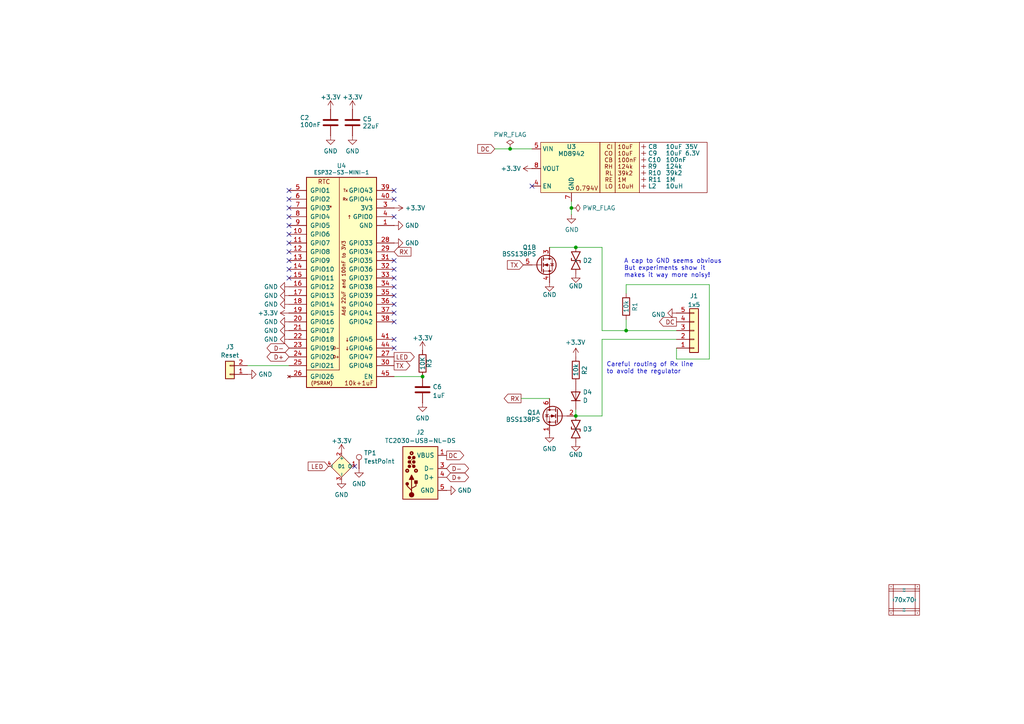
<source format=kicad_sch>
(kicad_sch (version 20250114) (generator "eeschema") (generator_version "9.0")
  (paper "A4")
  (title_block (title "Daikin ESP32-PICO-MINI module") (rev "1") (comment 1 "@TheRealRevK") (comment 2 "www.me.uk"))
  (lib_symbols
    (symbol "Connector:TestPoint" (pin_numbers (hide yes)) (pin_names (offset 0.762) (hide yes))
      (property "Reference" "TP" (at 0 6.858 0))
      (property "Value" "TestPoint" (at 0 5.08 0))
      (symbol "TestPoint_0_1"
        (circle (center 0 3.302) (radius 0.762))
      )
      (symbol "TestPoint_1_1"
        (pin passive line (at 0 0 90) (length 2.54) (name "1") (number "1"))
      )
    )
    (symbol "Connector_Generic:Conn_01x02" (pin_names (offset 1.016) (hide yes))
      (property "Reference" "J" (at 0 2.54 0))
      (property "Value" "Conn_01x02" (at 0 -5.08 0))
      (symbol "Conn_01x02_1_1"
        (rectangle (start -1.27 1.27) (end 1.27 -3.81) (stroke (width 0.254)) (fill (type background)))
        (rectangle (start -1.27 0.127) (end 0 -0.127) (stroke (width 0.1524)))
        (rectangle (start -1.27 -2.413) (end 0 -2.667) (stroke (width 0.1524)))
        (pin passive line (at -5.08 0 0) (length 3.81) (name "Pin_1") (number "1"))
        (pin passive line (at -5.08 -2.54 0) (length 3.81) (name "Pin_2") (number "2"))
      )
    )
    (symbol "Connector_Generic:Conn_01x05" (pin_names (offset 1.016) (hide yes))
      (property "Reference" "J" (at 0 7.62 0))
      (property "Value" "Conn_01x05" (at 0 -7.62 0))
      (symbol "Conn_01x05_1_1"
        (rectangle (start -1.27 6.35) (end 1.27 -6.35) (stroke (width 0.254)) (fill (type background)))
        (rectangle (start -1.27 5.207) (end 0 4.953) (stroke (width 0.1524)))
        (rectangle (start -1.27 2.667) (end 0 2.413) (stroke (width 0.1524)))
        (rectangle (start -1.27 0.127) (end 0 -0.127) (stroke (width 0.1524)))
        (rectangle (start -1.27 -2.413) (end 0 -2.667) (stroke (width 0.1524)))
        (rectangle (start -1.27 -4.953) (end 0 -5.207) (stroke (width 0.1524)))
        (pin passive line (at -5.08 5.08 0) (length 3.81) (name "Pin_1") (number "1"))
        (pin passive line (at -5.08 2.54 0) (length 3.81) (name "Pin_2") (number "2"))
        (pin passive line (at -5.08 0 0) (length 3.81) (name "Pin_3") (number "3"))
        (pin passive line (at -5.08 -2.54 0) (length 3.81) (name "Pin_4") (number "4"))
        (pin passive line (at -5.08 -5.08 0) (length 3.81) (name "Pin_5") (number "5"))
      )
    )
    (symbol "Device:C" (pin_numbers (hide yes)) (pin_names (offset 0.254))
      (property "Reference" "C" (at 0.635 2.54 0))
      (property "Value" "C" (at 0.635 -2.54 0))
      (symbol "C_0_1"
        (polyline (pts (xy -2.032 0.762) (xy 2.032 0.762)) (stroke (width 0.508)))
        (polyline (pts (xy -2.032 -0.762) (xy 2.032 -0.762)) (stroke (width 0.508)))
      )
      (symbol "C_1_1"
        (pin passive line (at 0 3.81 270) (length 2.794) (name "~") (number "1"))
        (pin passive line (at 0 -3.81 90) (length 2.794) (name "~") (number "2"))
      )
    )
    (symbol "Device:D" (pin_numbers (hide yes)) (pin_names (offset 1.016) (hide yes))
      (property "Reference" "D" (at 0 2.54 0))
      (property "Value" "D" (at 0 -2.54 0))
      (symbol "D_0_1"
        (polyline (pts (xy -1.27 1.27) (xy -1.27 -1.27)) (stroke (width 0.254)))
        (polyline (pts (xy 1.27 1.27) (xy 1.27 -1.27) (xy -1.27 0) (xy 1.27 1.27)) (stroke (width 0.254)))
        (polyline (pts (xy 1.27 0) (xy -1.27 0)))
      )
      (symbol "D_1_1"
        (pin passive line (at -3.81 0 0) (length 2.54) (name "K") (number "1"))
        (pin passive line (at 3.81 0 180) (length 2.54) (name "A") (number "2"))
      )
    )
    (symbol "Device:R" (pin_numbers (hide yes)) (pin_names (offset 0))
      (property "Reference" "R" (at 2.032 0 90))
      (property "Value" "R" (at 0 0 90))
      (symbol "R_0_1"
        (rectangle (start -1.016 -2.54) (end 1.016 2.54) (stroke (width 0.254)))
      )
      (symbol "R_1_1"
        (pin passive line (at 0 3.81 270) (length 1.27) (name "~") (number "1"))
        (pin passive line (at 0 -3.81 90) (length 1.27) (name "~") (number "2"))
      )
    )
    (symbol "RevK:BSS138PS" (pin_names (hide yes))
      (property "Reference" "Q" (at 5.08 2.54 0))
      (property "Value" "BSS138PS" (at 5.08 0 0))
      (symbol "BSS138PS_1_1"
        (polyline (pts (xy 0.254 0) (xy -2.54 0)))
        (polyline (pts (xy 0.254 -1.905) (xy 0.254 1.905)) (stroke (width 0.254)))
        (polyline (pts (xy 0.762 1.778) (xy 3.302 1.778) (xy 3.302 -1.778) (xy 0.762 -1.778)))
        (polyline (pts (xy 0.762 1.27) (xy 0.762 2.286)) (stroke (width 0.254)))
        (polyline (pts (xy 0.762 -0.508) (xy 0.762 0.508)) (stroke (width 0.254)))
        (polyline (pts (xy 0.762 -2.286) (xy 0.762 -1.27)) (stroke (width 0.254)))
        (polyline (pts (xy 1.016 0) (xy 2.032 -0.381) (xy 2.032 0.381) (xy 1.016 0)) (fill (type outline)))
        (circle (center 1.651 0) (radius 2.794) (stroke (width 0.254)))
        (polyline (pts (xy 2.54 1.905) (xy 2.54 2.54)))
        (circle (center 2.54 1.778) (radius 0.254) (fill (type outline)))
        (circle (center 2.54 -1.778) (radius 0.254) (fill (type outline)))
        (polyline (pts (xy 2.54 -2.54) (xy 2.54 0) (xy 0.762 0)))
        (polyline (pts (xy 2.794 0.508) (xy 2.921 0.381) (xy 3.683 0.381) (xy 3.81 0.254)))
        (polyline (pts (xy 3.302 0.381) (xy 2.921 -0.254) (xy 3.683 -0.254) (xy 3.302 0.381)))
        (pin input line (at -5.08 0 0) (length 2.54) (name "GN") (number "2"))
        (pin passive line (at 2.54 5.08 270) (length 2.54) (name "DN") (number "6"))
        (pin passive line (at 2.54 -5.08 90) (length 2.54) (name "SN") (number "1"))
      )
      (symbol "BSS138PS_2_1"
        (polyline (pts (xy 0.254 0) (xy -2.54 0)))
        (polyline (pts (xy 0.254 -1.905) (xy 0.254 1.905)) (stroke (width 0.254)))
        (polyline (pts (xy 0.762 1.778) (xy 3.302 1.778) (xy 3.302 -1.778) (xy 0.762 -1.778)))
        (polyline (pts (xy 0.762 1.27) (xy 0.762 2.286)) (stroke (width 0.254)))
        (polyline (pts (xy 0.762 -0.508) (xy 0.762 0.508)) (stroke (width 0.254)))
        (polyline (pts (xy 0.762 -2.286) (xy 0.762 -1.27)) (stroke (width 0.254)))
        (polyline (pts (xy 1.016 0) (xy 2.032 -0.381) (xy 2.032 0.381) (xy 1.016 0)) (fill (type outline)))
        (circle (center 1.651 0) (radius 2.794) (stroke (width 0.254)))
        (polyline (pts (xy 2.54 1.905) (xy 2.54 2.54)))
        (circle (center 2.54 1.778) (radius 0.254) (fill (type outline)))
        (circle (center 2.54 -1.778) (radius 0.254) (fill (type outline)))
        (polyline (pts (xy 2.54 -2.54) (xy 2.54 0) (xy 0.762 0)))
        (polyline (pts (xy 2.794 0.508) (xy 2.921 0.381) (xy 3.683 0.381) (xy 3.81 0.254)))
        (polyline (pts (xy 3.302 0.381) (xy 2.921 -0.254) (xy 3.683 -0.254) (xy 3.302 0.381)))
        (pin input line (at -5.08 0 0) (length 2.54) (name "GP") (number "5"))
        (pin passive line (at 2.54 5.08 270) (length 2.54) (name "SP") (number "3"))
        (pin passive line (at 2.54 -5.08 90) (length 2.54) (name "DP") (number "4"))
      )
    )
    (symbol "RevK:ES05D1MC10" (pin_numbers (hide yes))
      (property "Reference" "D" (at 0 2.54 0))
      (symbol "ES05D1MC10_0_1"
        (polyline (pts (xy -2.54 1.27) (xy -2.54 -1.27) (xy 0 0) (xy -2.54 1.27)) (stroke (width 0.254)))
        (polyline (pts (xy 2.54 -1.27) (xy 2.54 1.27) (xy 0 0) (xy 2.54 -1.27)) (stroke (width 0.254)))
      )
      (symbol "ES05D1MC10_1_1"
        (polyline (pts (xy 0.635 1.27) (xy 0 1.27) (xy 0 -1.27) (xy -0.635 -1.27)) (stroke (width 0.254)))
        (pin passive line (at -3.81 0 0) (length 1.27) (name "~") (number "2"))
        (pin passive line (at 3.81 0 180) (length 1.27) (name "~") (number "1"))
      )
    )
    (symbol "RevK:ESP32-S3-MINI-1-N4R2" (pin_names (offset 1.016))
      (property "Reference" "U" (at 9.525 28.575 0))
      (property "Value" "ESP32-S3-MINI-1-N4R2" (at 0 31.115 0))
      (symbol "ESP32-S3-MINI-1-N4R2_0_0"
        (rectangle (start -10.16 30.48) (end 10.16 -30.48) (stroke (width 0.254)) (fill (type background)))
      )
      (symbol "ESP32-S3-MINI-1-N4R2_1_1"
        (polyline (pts (xy -10.16 -25.4) (xy -0.635 -25.4)))
        (polyline (pts (xy -0.635 30.48) (xy -0.635 -25.4)))
        (text "(PSRAM)" (at -5.715 -29.21 0) (effects (font (size 1 1))))
        (text "RTC" (at -5.08 29.21 0) (effects (font (size 1.27 1.27))))
        (text "*" (at -3.175 21.59 0) (effects (font (size 1.27 1.27))))
        (text "D-" (at -2.54 -19.05 0) (effects (font (size 0.8 0.8)) (justify left)))
        (text "D+" (at -2.54 -21.59 0) (effects (font (size 0.8 0.8)) (justify left)))
        (text "Add 22uF and 100nF to 3V3" (at 0.635 1.27 900) (effects (font (size 1 1))))
        (text "Tx" (at 1.905 26.67 0) (effects (font (size 0.8 0.8)) (justify right)))
        (text "Rx" (at 1.905 24.13 0) (effects (font (size 0.8 0.8)) (justify right)))
        (text "↓" (at 2.54 -16.51 0) (effects (font (size 1.27 1.27)) (justify right)))
        (text "↓" (at 2.54 -19.05 0) (effects (font (size 1.27 1.27)) (justify right)))
        (text "↑" (at 3.175 19.05 0) (effects (font (size 1.27 1.27)) (justify right)))
        (text "10k+1uF" (at 5.08 -29.21 0) (effects (font (size 1.27 1.27))))
        (pin passive line (at -15.24 26.67 0) (length 5.08) (name "GPIO1") (number "5"))
        (pin passive line (at -15.24 24.13 0) (length 5.08) (name "GPIO2") (number "6"))
        (pin passive line (at -15.24 21.59 0) (length 5.08) (name "GPIO3") (number "7"))
        (pin passive line (at -15.24 19.05 0) (length 5.08) (name "GPIO4") (number "8"))
        (pin passive line (at -15.24 16.51 0) (length 5.08) (name "GPIO5") (number "9"))
        (pin passive line (at -15.24 13.97 0) (length 5.08) (name "GPIO6") (number "10"))
        (pin passive line (at -15.24 11.43 0) (length 5.08) (name "GPIO7") (number "11"))
        (pin passive line (at -15.24 8.89 0) (length 5.08) (name "GPIO8") (number "12"))
        (pin passive line (at -15.24 6.35 0) (length 5.08) (name "GPIO9") (number "13"))
        (pin passive line (at -15.24 3.81 0) (length 5.08) (name "GPIO10") (number "14"))
        (pin passive line (at -15.24 1.27 0) (length 5.08) (name "GPIO11") (number "15"))
        (pin passive line (at -15.24 -1.27 0) (length 5.08) (name "GPIO12") (number "16"))
        (pin passive line (at -15.24 -3.81 0) (length 5.08) (name "GPIO13") (number "17"))
        (pin passive line (at -15.24 -6.35 0) (length 5.08) (name "GPIO14") (number "18"))
        (pin passive line (at -15.24 -8.89 0) (length 5.08) (name "GPIO15") (number "19"))
        (pin passive line (at -15.24 -11.43 0) (length 5.08) (name "GPIO16") (number "20"))
        (pin passive line (at -15.24 -13.97 0) (length 5.08) (name "GPIO17") (number "21"))
        (pin passive line (at -15.24 -16.51 0) (length 5.08) (name "GPIO18") (number "22"))
        (pin passive line (at -15.24 -19.05 0) (length 5.08) (name "GPIO19") (number "23"))
        (pin passive line (at -15.24 -21.59 0) (length 5.08) (name "GPIO20") (number "24"))
        (pin passive line (at -15.24 -24.13 0) (length 5.08) (name "GPIO21") (number "25"))
        (pin no_connect line (at -15.24 -27.305 0) (length 5.08) (name "GPIO26") (number "26"))
        (pin passive line (at 15.24 26.67 180) (length 5.08) (name "GPIO43") (number "39"))
        (pin passive line (at 15.24 24.13 180) (length 5.08) (name "GPIO44") (number "40"))
        (pin power_in line (at 15.24 21.59 180) (length 5.08) (name "3V3") (number "3"))
        (pin passive line (at 15.24 19.05 180) (length 5.08) (name "GPIO0") (number "4"))
        (pin power_in line (at 15.24 16.51 180) (length 5.08) (name "GND") (number "1"))
        (pin power_in line (at 15.24 16.51 180) (length 5.08) (hide yes) (name "GND") (number "2"))
        (pin power_in line (at 15.24 16.51 180) (length 5.08) (hide yes) (name "GND") (number "42"))
        (pin power_in line (at 15.24 16.51 180) (length 5.08) (hide yes) (name "GND") (number "43"))
        (pin power_in line (at 15.24 16.51 180) (length 5.08) (hide yes) (name "GND") (number "46"))
        (pin power_in line (at 15.24 16.51 180) (length 5.08) (hide yes) (name "GND") (number "47"))
        (pin power_in line (at 15.24 16.51 180) (length 5.08) (hide yes) (name "GND") (number "48"))
        (pin power_in line (at 15.24 16.51 180) (length 5.08) (hide yes) (name "GND") (number "49"))
        (pin power_in line (at 15.24 16.51 180) (length 5.08) (hide yes) (name "GND") (number "50"))
        (pin power_in line (at 15.24 16.51 180) (length 5.08) (hide yes) (name "GND") (number "51"))
        (pin power_in line (at 15.24 16.51 180) (length 5.08) (hide yes) (name "GND") (number "52"))
        (pin power_in line (at 15.24 16.51 180) (length 5.08) (hide yes) (name "GND") (number "53"))
        (pin power_in line (at 15.24 16.51 180) (length 5.08) (hide yes) (name "GND") (number "54"))
        (pin power_in line (at 15.24 16.51 180) (length 5.08) (hide yes) (name "GND") (number "55"))
        (pin power_in line (at 15.24 16.51 180) (length 5.08) (hide yes) (name "GND") (number "56"))
        (pin power_in line (at 15.24 16.51 180) (length 5.08) (hide yes) (name "GND") (number "57"))
        (pin power_in line (at 15.24 16.51 180) (length 5.08) (hide yes) (name "GND") (number "58"))
        (pin power_in line (at 15.24 16.51 180) (length 5.08) (hide yes) (name "GND") (number "59"))
        (pin power_in line (at 15.24 16.51 180) (length 5.08) (hide yes) (name "GND") (number "60"))
        (pin power_in line (at 15.24 16.51 180) (length 5.08) (hide yes) (name "GND") (number "61"))
        (pin power_in line (at 15.24 16.51 180) (length 5.08) (hide yes) (name "GND") (number "62"))
        (pin power_in line (at 15.24 16.51 180) (length 5.08) (hide yes) (name "GND") (number "63"))
        (pin power_in line (at 15.24 16.51 180) (length 5.08) (hide yes) (name "GND") (number "64"))
        (pin power_in line (at 15.24 16.51 180) (length 5.08) (hide yes) (name "GND") (number "65"))
        (pin passive line (at 15.24 11.43 180) (length 5.08) (name "GPIO33") (number "28"))
        (pin passive line (at 15.24 8.89 180) (length 5.08) (name "GPIO34") (number "29"))
        (pin passive line (at 15.24 6.35 180) (length 5.08) (name "GPIO35") (number "31"))
        (pin passive line (at 15.24 3.81 180) (length 5.08) (name "GPIO36") (number "32"))
        (pin passive line (at 15.24 1.27 180) (length 5.08) (name "GPIO37") (number "33"))
        (pin passive line (at 15.24 -1.27 180) (length 5.08) (name "GPIO38") (number "34"))
        (pin passive line (at 15.24 -3.81 180) (length 5.08) (name "GPIO39") (number "35"))
        (pin passive line (at 15.24 -6.35 180) (length 5.08) (name "GPIO40") (number "36"))
        (pin passive line (at 15.24 -8.89 180) (length 5.08) (name "GPIO41") (number "37"))
        (pin passive line (at 15.24 -11.43 180) (length 5.08) (name "GPIO42") (number "38"))
        (pin passive line (at 15.24 -16.51 180) (length 5.08) (name "GPIO45") (number "41"))
        (pin passive line (at 15.24 -19.05 180) (length 5.08) (name "GPIO46") (number "44"))
        (pin passive line (at 15.24 -21.59 180) (length 5.08) (name "GPIO47") (number "27"))
        (pin passive line (at 15.24 -24.13 180) (length 5.08) (name "GPIO48") (number "30"))
        (pin input line (at 15.24 -27.305 180) (length 5.08) (name "EN") (number "45"))
      )
    )
    (symbol "RevK:Hidden" (pin_names (offset 1.016)) (in_bom no)
      (property "Reference" "Z" (at 0.635 0 0))
      (property "Value" "Hidden" (at 4.445 0 0))
      (symbol "Hidden_0_1"
        (polyline (pts (xy -0.635 0) (xy 0.635 0)) (stroke (width 0.1524)))
        (polyline (pts (xy 0 0.635) (xy 0 -0.635)) (stroke (width 0.1524)))
      )
    )
    (symbol "RevK:MD89420-RegBlock"
      (property "Reference" "U" (at -0.635 4.445 0))
      (property "Value" "MD8942" (at 0 6.35 0))
      (symbol "MD89420-RegBlock_1_1"
        (rectangle (start -8.89 7.62) (end 8.255 -6.985) (fill (type background)))
        (rectangle (start 8.255 7.62) (end 12.7 -6.985) (fill (type background)))
        (rectangle (start 12.7 7.62) (end 19.685 -6.985) (fill (type background)))
        (rectangle (start 19.685 7.62) (end 39.37 -6.985))
        (text "0.794V" (at 4.445 -5.715 0) (effects (font (size 1.27 1.27))))
        (text "CI\nCO\nCB\nRH\nRL\nRE\nLO" (at 12.065 6.985 0) (effects (font (size 1.185 1.185)) (justify right top)))
        (text "10uF\n10uF\n100nF\n124k\n39k2\n1M\n10uH" (at 13.335 6.985 0) (effects (font (size 1.185 1.185)) (justify left top)))
        (pin power_in line (at -11.43 5.715 0) (length 2.54) (name "VIN") (number "5"))
        (pin power_out line (at -11.43 0 0) (length 2.54) (name "VOUT") (number "8"))
        (pin input line (at -11.43 -5.08 0) (length 2.54) (name "EN") (number "4"))
        (pin power_in line (at 0 -9.525 90) (length 2.54) (hide yes) (name "GND") (number "2"))
        (pin power_in line (at 0 -9.525 90) (length 2.54) (name "GND") (number "7"))
        (pin no_connect line (at 5.715 1.905 0) (length 2.54) (hide yes) (name "") (number "3"))
        (pin no_connect line (at 5.715 0 0) (length 2.54) (hide yes) (name "") (number "1"))
        (pin no_connect line (at 5.715 -1.905 0) (length 2.54) (hide yes) (name "") (number "6"))
      )
    )
    (symbol "RevK:PCB" (in_bom no)
      (property "Value" "XxY" (at 0 0 0))
      (symbol "PCB_0_1"
        (rectangle (start -4.445 4.445) (end 4.445 -4.445))
        (circle (center -3.81 3.81) (radius 0.0001))
        (circle (center -3.81 -3.81) (radius 0.0001))
        (circle (center 3.81 3.81) (radius 0.0001))
        (circle (center 3.81 -3.81) (radius 0.0001))
      )
    )
    (symbol "RevK:TC2030-USB-NL" (pin_names (offset 1.016)) (in_bom no)
      (property "Reference" "J" (at 0 10.922 0))
      (property "Value" "TC2030-USB-NL" (at 0 8.89 0))
      (symbol "TC2030-USB-NL_0_1"
        (rectangle (start -5.08 7.62) (end 5.08 -7.62) (stroke (width 0.254)) (fill (type background)))
        (circle (center -3.81 -3.175) (radius 0.381) (stroke (width 0.254)) (fill (type outline)))
        (circle (center -3.175 4.445) (radius 0.381) (stroke (width 0.254)) (fill (type outline)))
        (circle (center -3.175 3.175) (radius 0.381) (stroke (width 0.254)) (fill (type outline)))
        (circle (center -3.175 1.905) (radius 0.381) (stroke (width 0.254)) (fill (type outline)))
        (polyline (pts (xy -3.175 -1.905) (xy -1.905 -1.905) (xy -2.54 -0.635) (xy -3.175 -1.905)) (stroke (width 0.254)) (fill (type outline)))
        (polyline (pts (xy -2.54 -5.08) (xy -2.54 -4.445) (xy -1.27 -3.81) (xy -1.27 -2.54)) (stroke (width 0.254)))
        (polyline (pts (xy -2.54 -5.715) (xy -2.54 -5.08) (xy -3.81 -3.81) (xy -3.81 -3.175)) (stroke (width 0.254)))
        (circle (center -2.54 -6.35) (radius 0.635) (stroke (width 0.254)) (fill (type outline)))
        (circle (center -1.905 4.445) (radius 0.381) (stroke (width 0.254)) (fill (type outline)))
        (polyline (pts (xy -1.905 4.445) (xy -3.175 3.175) (xy -1.905 1.905)))
        (circle (center -1.905 3.175) (radius 0.381) (stroke (width 0.254)) (fill (type outline)))
        (circle (center -1.905 1.905) (radius 0.381) (stroke (width 0.254)) (fill (type outline)))
        (rectangle (start -1.651 -2.286) (end -0.889 -3.048) (stroke (width 0.254)) (fill (type outline)))
      )
      (symbol "TC2030-USB-NL_1_1"
        (circle (center -3.81 0.635) (radius 0.381) (stroke (width 0.4)))
        (circle (center -2.54 5.715) (radius 0.381) (stroke (width 0.4)))
        (polyline (pts (xy -2.54 -4.445) (xy -2.54 -1.905)) (stroke (width 0.254)))
        (circle (center -1.27 0.635) (radius 0.381) (stroke (width 0.4)))
        (pin passive line (at 7.62 5.08 180) (length 2.54) (name "VBUS") (number "1"))
        (pin passive line (at 7.62 1.27 180) (length 2.54) (hide yes) (name "NC") (number "2"))
        (pin bidirectional line (at 7.62 1.27 180) (length 2.54) (name "D-") (number "3"))
        (pin passive line (at 7.62 1.27 180) (length 2.54) (hide yes) (name "NC") (number "6"))
        (pin bidirectional line (at 7.62 -1.27 180) (length 2.54) (name "D+") (number "4"))
        (pin passive line (at 7.62 -5.08 180) (length 2.54) (name "GND") (number "5"))
      )
    )
    (symbol "RevK:VCUT" (in_bom no)
      (symbol "VCUT_0_1"
        (polyline (pts (xy -4.445 0) (xy 4.445 0)))
      )
    )
    (symbol "RevK:WS2812B-1mm" (pin_names (offset 0.254))
      (property "Reference" "D" (at 0 0 0))
      (symbol "WS2812B-1mm_1_1"
        (polyline (pts (xy 0 3.175) (xy 3.175 0) (xy 0 -3.175) (xy -3.175 0) (xy 0 3.175)) (fill (type background)))
        (pin input line (at -3.81 0 0) (length 0.5) (name "I") (number "4"))
        (pin power_in line (at 0 3.81 270) (length 0.5) (name "-") (number "3"))
        (pin power_in line (at 0 -3.81 90) (length 0.5) (name "+") (number "2"))
        (pin output line (at 3.81 0 180) (length 0.5) (name "O") (number "1"))
      )
    )
    (symbol "power:+3.3V" (power) (pin_numbers (hide yes)) (pin_names (offset 0) (hide yes))
      (property "Value" "+3.3V" (at 0 3.556 0))
      (symbol "+3.3V_0_1"
        (polyline (pts (xy -0.762 1.27) (xy 0 2.54)))
        (polyline (pts (xy 0 2.54) (xy 0.762 1.27)))
        (polyline (pts (xy 0 0) (xy 0 2.54)))
      )
      (symbol "+3.3V_1_1"
        (pin power_in line (at 0 0 90) (length 0) (name "~") (number "1"))
      )
    )
    (symbol "power:GND" (power) (pin_numbers (hide yes)) (pin_names (offset 0) (hide yes))
      (property "Value" "GND" (at 0 -3.81 0))
      (symbol "GND_0_1"
        (polyline (pts (xy 0 0) (xy 0 -1.27) (xy 1.27 -1.27) (xy 0 -2.54) (xy -1.27 -1.27) (xy 0 -1.27)))
      )
      (symbol "GND_1_1"
        (pin power_in line (at 0 0 270) (length 0) (name "~") (number "1"))
      )
    )
    (symbol "power:PWR_FLAG" (power) (pin_numbers (hide yes)) (pin_names (offset 0) (hide yes))
      (property "Value" "PWR_FLAG" (at 0 3.81 0))
      (symbol "PWR_FLAG_0_0"
        (pin power_out line (at 0 0 90) (length 0) (name "~") (number "1"))
      )
      (symbol "PWR_FLAG_0_1"
        (polyline (pts (xy 0 0) (xy 0 1.27) (xy -1.016 1.905) (xy 0 2.54) (xy 1.016 1.905) (xy 0 1.27)))
      )
    )
  )
  (text "Careful routing of Rx line\nto avoid the regulator" (at 175.895 108.585 0) (effects (font (size 1.27 1.27)) (justify left bottom)))
  (text "A cap to GND seems obvious\nBut experiments show it\nmakes it way more noisy!" (at 180.975 80.645 0) (effects (font (size 1.27 1.27)) (justify left bottom)))
  (junction (at 122.555 109.22))
  (junction (at 147.955 43.18))
  (junction (at 167.005 71.755))
  (junction (at 165.735 60.325))
  (junction (at 167.005 120.65))
  (junction (at 181.61 95.885))
  (no_connect (at 114.3 85.725))
  (no_connect (at 114.3 62.865))
  (no_connect (at 83.82 62.865))
  (no_connect (at 102.87 135.255))
  (no_connect (at 83.82 70.485))
  (no_connect (at 114.3 78.105))
  (no_connect (at 83.82 67.945))
  (no_connect (at 114.3 98.425))
  (no_connect (at 83.82 65.405))
  (no_connect (at 154.305 53.975))
  (no_connect (at 83.82 57.785))
  (no_connect (at 114.3 55.245))
  (no_connect (at 114.3 75.565))
  (no_connect (at 83.82 60.325))
  (no_connect (at 83.82 78.105))
  (no_connect (at 83.82 55.245))
  (no_connect (at 83.82 73.025))
  (no_connect (at 114.3 93.345))
  (no_connect (at 114.3 57.785))
  (no_connect (at 114.3 83.185))
  (no_connect (at 83.82 75.565))
  (no_connect (at 114.3 90.805))
  (no_connect (at 114.3 100.965))
  (no_connect (at 114.3 88.265))
  (no_connect (at 114.3 80.645))
  (no_connect (at 83.82 80.645))
  (wire (pts (xy 174.625 98.425) (xy 174.625 120.65)))
  (wire (pts (xy 181.61 95.885) (xy 174.625 95.885)))
  (wire (pts (xy 167.005 118.745) (xy 167.005 120.65)))
  (wire (pts (xy 196.215 100.965) (xy 196.215 104.14)))
  (wire (pts (xy 143.51 43.18) (xy 147.955 43.18)))
  (wire (pts (xy 174.625 98.425) (xy 196.215 98.425)))
  (wire (pts (xy 181.61 95.885) (xy 196.215 95.885)))
  (wire (pts (xy 165.735 62.23) (xy 165.735 60.325)))
  (wire (pts (xy 165.735 60.325) (xy 165.735 58.42)))
  (wire (pts (xy 181.61 82.55) (xy 205.74 82.55)))
  (wire (pts (xy 205.74 82.55) (xy 205.74 104.14)))
  (wire (pts (xy 167.005 120.65) (xy 174.625 120.65)))
  (wire (pts (xy 181.61 92.71) (xy 181.61 95.885)))
  (wire (pts (xy 114.3 109.22) (xy 122.555 109.22)))
  (wire (pts (xy 196.215 104.14) (xy 205.74 104.14)))
  (wire (pts (xy 167.005 71.755) (xy 174.625 71.755)))
  (wire (pts (xy 71.755 106.045) (xy 83.82 106.045)))
  (wire (pts (xy 159.385 71.755) (xy 167.005 71.755)))
  (wire (pts (xy 174.625 71.755) (xy 174.625 95.885)))
  (wire (pts (xy 147.955 43.18) (xy 154.305 43.18)))
  (wire (pts (xy 181.61 85.09) (xy 181.61 82.55)))
  (wire (pts (xy 151.13 115.57) (xy 159.385 115.57)))
  (global_label "D-" (shape bidirectional) (at 129.54 135.89 0) (property "Intersheetrefs" "${INTERSHEET_REFS}" (effects (hide yes))))
  (global_label "D-" (shape bidirectional) (at 83.82 100.965 180) (property "Intersheetrefs" "${INTERSHEET_REFS}" (effects (hide yes))))
  (global_label "D+" (shape bidirectional) (at 129.54 138.43 0) (property "Intersheetrefs" "${INTERSHEET_REFS}" (effects (hide yes))))
  (global_label "LED" (shape input) (at 95.25 135.255 180) (property "Intersheetrefs" "${INTERSHEET_REFS}" (effects (hide yes))))
  (global_label "DC" (shape input) (at 143.51 43.18 180) (property "Intersheetrefs" "${INTERSHEET_REFS}" (effects (hide yes))))
  (global_label "D+" (shape bidirectional) (at 83.82 103.505 180) (property "Intersheetrefs" "${INTERSHEET_REFS}" (effects (hide yes))))
  (global_label "DC" (shape output) (at 129.54 132.08 0) (property "Intersheetrefs" "${INTERSHEET_REFS}" (effects (hide yes))))
  (global_label "TX" (shape input) (at 151.765 76.835 180) (property "Intersheetrefs" "${INTERSHEET_REFS}" (effects (hide yes))))
  (global_label "TX" (shape output) (at 114.3 106.045 0) (property "Intersheetrefs" "${INTERSHEET_REFS}" (effects (hide yes))))
  (global_label "DC" (shape output) (at 196.215 93.345 180) (property "Intersheetrefs" "${INTERSHEET_REFS}" (effects (hide yes))))
  (global_label "RX" (shape input) (at 114.3 73.025 0) (property "Intersheetrefs" "${INTERSHEET_REFS}" (effects (hide yes))))
  (global_label "RX" (shape output) (at 151.13 115.57 180) (property "Intersheetrefs" "${INTERSHEET_REFS}" (effects (hide yes))))
  (global_label "LED" (shape output) (at 114.3 103.505 0) (property "Intersheetrefs" "${INTERSHEET_REFS}" (effects (hide yes))))
  (symbol (lib_id "RevK:Hidden") (at 186.69 46.355 90) (unit 1)
    (property "Reference" "C10" (at 191.77 46.355 90) (effects (justify left)))
    (property "Value" "100nF" (at 193.04 46.355 90) (effects (justify right)))
    (property "Footprint" "RevK:C_0603_" (effects (hide yes)))
  )
  (symbol (lib_id "power:+3.3V") (at 122.555 101.6 0) (unit 1)
    (property "Reference" "#PWR014" (effects (hide yes)))
    (property "Value" "+3.3V" (at 122.555 98.0242 0))
    (property "Description" "Power symbol creates a global label with name \"+3.3V\"" (effects (hide yes)))
  )
  (symbol (lib_id "RevK:ES05D1MC10") (at 167.005 124.46 270) (unit 1)
    (property "Reference" "D3" (at 169.037 124.46 90) (effects (justify left)))
    (property "Value" "~" (at 167.005 124.46 0))
    (property "Footprint" "RevK:DFN1006-2L" (effects (hide yes)))
    (property "MPN" "C5137770" (effects (hide yes)))
    (property "MPN" "C5137770" (effects (hide yes)))
  )
  (symbol (lib_id "RevK:VCUT") (at 262.255 170.815 0) (unit 1) (exclude_from_sim yes) (in_bom no)
    (property "Reference" "V3" (effects (hide yes)))
    (property "Value" "~" (at 262.255 170.815 0))
    (property "Footprint" "RevK:VCUT70N" (effects (hide yes)))
  )
  (symbol (lib_id "power:GND") (at 99.06 139.065 0) (unit 1)
    (property "Reference" "#PWR023" (effects (hide yes)))
    (property "Value" "GND" (at 99.06 143.5084 0))
    (property "Description" "Power symbol creates a global label with name \"GND\" , ground" (effects (hide yes)))
  )
  (symbol (lib_id "power:GND") (at 83.82 88.265 270) (unit 1)
    (property "Reference" "#PWR019" (effects (hide yes)))
    (property "Value" "GND" (at 80.6451 88.265 90) (effects (justify right)))
    (property "Description" "Power symbol creates a global label with name \"GND\" , ground" (effects (hide yes)))
  )
  (symbol (lib_id "power:GND") (at 196.215 90.805 270) (unit 1)
    (property "Reference" "#PWR09" (effects (hide yes)))
    (property "Value" "GND" (at 193.0401 91.2388 90) (effects (justify right)))
    (property "Description" "Power symbol creates a global label with name \"GND\" , ground" (effects (hide yes)))
  )
  (symbol (lib_id "power:GND") (at 83.82 83.185 270) (unit 1)
    (property "Reference" "#PWR021" (effects (hide yes)))
    (property "Value" "GND" (at 80.6451 83.185 90) (effects (justify right)))
    (property "Description" "Power symbol creates a global label with name \"GND\" , ground" (effects (hide yes)))
  )
  (symbol (lib_id "Connector:TestPoint") (at 104.14 135.89 0) (unit 1) (in_bom no)
    (property "Reference" "TP1" (at 105.537 131.3758 0) (effects (justify left)))
    (property "Value" "TestPoint" (at 105.537 133.8001 0) (effects (justify left)))
    (property "Footprint" "RevK:1x2-Hole" (effects (hide yes)))
    (property "Description" "test point" (effects (hide yes)))
  )
  (symbol (lib_id "RevK:BSS138PS") (at 156.845 76.835 0) (unit 2)
    (property "Reference" "Q1" (at 155.575 71.755 0) (effects (justify right)))
    (property "Value" "BSS138PS" (at 155.575 73.66 0) (effects (justify right)))
    (property "Footprint" "RevK:SOT-363_SC-70-6" (effects (hide yes)))
    (property "Datasheet" "https://datasheet.lcsc.com/lcsc/1810011113_Nexperia-BSS138PS-115_C193381.pdf" (effects (hide yes)))
    (property "Description" "60 V, 320 mA dual N-channel Trench MOSFET" (effects (hide yes)))
    (property "MPN" "C193381" (effects (hide yes)))
  )
  (symbol (lib_id "power:GND") (at 102.235 39.37 0) (unit 1)
    (property "Reference" "#PWR011" (effects (hide yes)))
    (property "Value" "GND" (at 102.235 43.8134 0))
    (property "Description" "Power symbol creates a global label with name \"GND\" , ground" (effects (hide yes)))
  )
  (symbol (lib_id "power:GND") (at 104.14 135.89 0) (unit 1)
    (property "Reference" "#PWR027" (effects (hide yes)))
    (property "Value" "GND" (at 104.14 140.3334 0))
    (property "Description" "Power symbol creates a global label with name \"GND\" , ground" (effects (hide yes)))
  )
  (symbol (lib_id "power:GND") (at 122.555 116.84 0) (unit 1)
    (property "Reference" "#PWR015" (effects (hide yes)))
    (property "Value" "GND" (at 122.555 121.2834 0))
    (property "Description" "Power symbol creates a global label with name \"GND\" , ground" (effects (hide yes)))
  )
  (symbol (lib_id "power:+3.3V") (at 114.3 60.325 270) (unit 1)
    (property "Reference" "#PWR012" (effects (hide yes)))
    (property "Value" "+3.3V" (at 117.475 60.325 90) (effects (justify left)))
    (property "Description" "Power symbol creates a global label with name \"+3.3V\"" (effects (hide yes)))
  )
  (symbol (lib_id "RevK:Hidden") (at 186.69 48.26 0) (unit 1)
    (property "Reference" "R9" (at 189.23 48.26 0))
    (property "Value" "124k" (at 193.04 48.26 0) (effects (justify left)))
    (property "Footprint" "RevK:R_0402_" (effects (hide yes)))
  )
  (symbol (lib_id "RevK:VCUT") (at 259.08 173.99 90) (unit 1) (exclude_from_sim yes) (in_bom no)
    (property "Reference" "V5" (effects (hide yes)))
    (property "Value" "~" (at 259.08 173.99 0))
    (property "Footprint" "RevK:VCUT70N" (effects (hide yes)))
  )
  (symbol (lib_id "RevK:TC2030-USB-NL") (at 121.92 137.16 0) (unit 1) (in_bom no)
    (property "Reference" "J2" (at 121.92 125.3955 0))
    (property "Value" "TC2030-USB-NL-DS" (at 121.92 127.8198 0))
    (property "Footprint" "RevK:Tag-Connect_TC2030-IDC-NL_2x03_P1.27mm_Vertical" (effects (hide yes)))
    (property "Description" "TC2030-USB-NL" (effects (hide yes)))
  )
  (symbol (lib_id "power:PWR_FLAG") (at 165.735 60.325 270) (unit 1)
    (property "Reference" "#FLG02" (effects (hide yes)))
    (property "Value" "PWR_FLAG" (at 168.91 60.325 90) (effects (justify left)))
    (property "Description" "Special symbol for telling ERC where power comes from" (effects (hide yes)))
  )
  (symbol (lib_id "power:GND") (at 114.3 65.405 90) (unit 1)
    (property "Reference" "#PWR013" (effects (hide yes)))
    (property "Value" "GND" (at 117.475 65.405 90) (effects (justify right)))
    (property "Description" "Power symbol creates a global label with name \"GND\" , ground" (effects (hide yes)))
  )
  (symbol (lib_id "RevK:VCUT") (at 262.255 177.165 0) (unit 1) (exclude_from_sim yes) (in_bom no)
    (property "Reference" "V4" (effects (hide yes)))
    (property "Value" "~" (at 262.255 177.165 0))
    (property "Footprint" "RevK:VCUT70N" (effects (hide yes)))
  )
  (symbol (lib_id "Device:C") (at 102.235 35.56 0) (unit 1)
    (property "Reference" "C5" (at 105.156 34.536 0) (effects (justify left)))
    (property "Value" "22uF" (at 105.156 36.584 0) (effects (justify left)))
    (property "Footprint" "RevK:C_0603" (effects (hide yes)))
    (property "Description" "Unpolarized capacitor" (effects (hide yes)))
  )
  (symbol (lib_id "RevK:PCB") (at 262.255 173.99 0) (unit 1) (in_bom no)
    (property "Reference" "PCB1" (effects (hide yes)))
    (property "Value" "70x70" (at 262.255 173.99 0))
    (property "Footprint" "RevK:PCB7070" (effects (hide yes)))
  )
  (symbol (lib_id "power:GND") (at 83.82 95.885 270) (unit 1)
    (property "Reference" "#PWR010" (effects (hide yes)))
    (property "Value" "GND" (at 80.6451 95.885 90) (effects (justify right)))
    (property "Description" "Power symbol creates a global label with name \"GND\" , ground" (effects (hide yes)))
  )
  (symbol (lib_id "power:GND") (at 83.82 93.345 270) (unit 1)
    (property "Reference" "#PWR07" (effects (hide yes)))
    (property "Value" "GND" (at 80.6451 93.345 90) (effects (justify right)))
    (property "Description" "Power symbol creates a global label with name \"GND\" , ground" (effects (hide yes)))
  )
  (symbol (lib_id "power:GND") (at 83.82 98.425 270) (unit 1)
    (property "Reference" "#PWR026" (effects (hide yes)))
    (property "Value" "GND" (at 80.6451 98.425 90) (effects (justify right)))
    (property "Description" "Power symbol creates a global label with name \"GND\" , ground" (effects (hide yes)))
  )
  (symbol (lib_id "RevK:VCUT") (at 262.255 176.53 0) (unit 1) (exclude_from_sim yes) (in_bom no)
    (property "Reference" "V2" (effects (hide yes)))
    (property "Value" "~" (at 262.255 176.53 0))
    (property "Footprint" "RevK:VCUT70N" (effects (hide yes)))
  )
  (symbol (lib_id "RevK:ES05D1MC10") (at 167.005 75.565 270) (unit 1)
    (property "Reference" "D2" (at 169.037 75.565 90) (effects (justify left)))
    (property "Value" "~" (at 167.005 75.565 0))
    (property "Footprint" "RevK:DFN1006-2L" (effects (hide yes)))
    (property "MPN" "C5137770" (effects (hide yes)))
    (property "MPN" "C5137770" (effects (hide yes)))
  )
  (symbol (lib_id "RevK:MD89420-RegBlock") (at 165.735 48.895 0) (unit 1)
    (property "Reference" "U3" (at 165.735 42.545 0))
    (property "Value" "MD8942" (at 165.735 44.593 0))
    (property "Footprint" "RevK:SOT-23-6-MD8942" (effects (hide yes)))
    (property "Datasheet" "https://datasheet.lcsc.com/lcsc/2101111937_Shanghai-Mingda-Microelectronics-MD8942_C2684786.pdf" (effects (hide yes)))
    (property "MPN" "C2684786" (effects (hide yes)))
  )
  (symbol (lib_id "RevK:BSS138PS") (at 161.925 120.65 0) (mirror y) (unit 1)
    (property "Reference" "Q1" (at 156.718 119.626 0) (effects (justify left)))
    (property "Value" "BSS138PS" (at 156.718 121.674 0) (effects (justify left)))
    (property "Footprint" "RevK:SOT-363_SC-70-6" (effects (hide yes)))
    (property "Datasheet" "https://datasheet.lcsc.com/lcsc/1810011113_Nexperia-BSS138PS-115_C193381.pdf" (effects (hide yes)))
    (property "Description" "60 V, 320 mA dual N-channel Trench MOSFET" (effects (hide yes)))
    (property "MPN" "C193381" (effects (hide yes)))
  )
  (symbol (lib_id "RevK:Hidden") (at 186.69 50.165 270) (unit 1)
    (property "Reference" "R10" (at 189.865 50.165 90))
    (property "Value" "39k2" (at 193.04 50.165 90) (effects (justify left)))
    (property "Footprint" "RevK:R_0402_" (effects (hide yes)))
  )
  (symbol (lib_id "RevK:Hidden") (at 186.69 53.975 90) (unit 1)
    (property "Reference" "L2" (at 187.96 53.975 90) (effects (justify right)))
    (property "Value" "10uH" (at 193.04 53.975 90) (effects (justify right)))
    (property "Footprint" "RevK:L_4x4_" (effects (hide yes)))
    (property "MPN" "C167879" (effects (hide yes)))
  )
  (symbol (lib_id "power:GND") (at 95.885 39.37 0) (unit 1)
    (property "Reference" "#PWR05" (effects (hide yes)))
    (property "Value" "GND" (at 95.885 43.8134 0))
    (property "Description" "Power symbol creates a global label with name \"GND\" , ground" (effects (hide yes)))
  )
  (symbol (lib_id "Connector_Generic:Conn_01x02") (at 66.675 108.585 180) (unit 1) (in_bom no)
    (property "Reference" "J3" (at 66.675 100.6305 0))
    (property "Value" "Reset" (at 66.675 103.0548 0))
    (property "Footprint" "RevK:AA-Pad" (effects (hide yes)))
    (property "Description" "Generic connector, single row, 01x02, script generated (kicad-library-utils/schlib/autogen/connector/)" (effects (hide yes)))
  )
  (symbol (lib_id "power:GND") (at 165.735 62.23 0) (unit 1)
    (property "Reference" "#PWR02" (effects (hide yes)))
    (property "Value" "GND" (at 165.862 66.6242 0))
    (property "Description" "Power symbol creates a global label with name \"GND\" , ground" (effects (hide yes)))
  )
  (symbol (lib_id "RevK:VCUT") (at 265.43 173.99 90) (unit 1) (exclude_from_sim yes) (in_bom no)
    (property "Reference" "V6" (effects (hide yes)))
    (property "Value" "~" (at 265.43 173.99 0))
    (property "Footprint" "RevK:VCUT70N" (effects (hide yes)))
  )
  (symbol (lib_id "RevK:VCUT") (at 262.255 171.45 0) (unit 1) (exclude_from_sim yes) (in_bom no)
    (property "Reference" "V1" (effects (hide yes)))
    (property "Value" "~" (at 262.255 171.45 0))
    (property "Footprint" "RevK:VCUT70N" (effects (hide yes)))
  )
  (symbol (lib_id "power:GND") (at 114.3 70.485 90) (unit 1)
    (property "Reference" "#PWR025" (effects (hide yes)))
    (property "Value" "GND" (at 117.475 70.485 90) (effects (justify right)))
    (property "Description" "Power symbol creates a global label with name \"GND\" , ground" (effects (hide yes)))
  )
  (symbol (lib_id "Device:D") (at 167.005 114.935 90) (unit 1)
    (property "Reference" "D4" (at 169.037 113.7228 90) (effects (justify right)))
    (property "Value" "D" (at 169.037 116.1471 90) (effects (justify right)))
    (property "Footprint" "RevK:D_0402" (effects (hide yes)))
    (property "Description" "Diode" (effects (hide yes)))
    (property "Sim.Device" "D" (effects (hide yes)))
    (property "Sim.Pins" "1=K 2=A" (effects (hide yes)))
    (property "MPN" "C28642302" (effects (hide yes)))
  )
  (symbol (lib_id "power:GND") (at 129.54 142.24 90) (unit 1)
    (property "Reference" "#PWR016" (effects (hide yes)))
    (property "Value" "GND" (at 132.715 142.24 90) (effects (justify right)))
    (property "Description" "Power symbol creates a global label with name \"GND\" , ground" (effects (hide yes)))
  )
  (symbol (lib_id "RevK:Hidden") (at 186.69 44.45 0) (unit 1)
    (property "Reference" "C9" (at 187.96 44.45 0) (effects (justify left)))
    (property "Value" "10uF 6.3V" (at 193.04 44.45 0) (effects (justify left)))
    (property "Footprint" "RevK:C_0603_" (effects (hide yes)))
    (property "MPN" "C1691" (effects (hide yes)))
  )
  (symbol (lib_id "Device:R") (at 181.61 88.9 0) (unit 1)
    (property "Reference" "R1" (at 184.15 87.63 90) (effects (justify right)))
    (property "Value" "10k" (at 181.61 88.9 90))
    (property "Footprint" "RevK:R_0402" (effects (hide yes)))
    (property "Description" "Resistor" (effects (hide yes)))
  )
  (symbol (lib_id "power:+3.3V") (at 99.06 131.445 0) (unit 1)
    (property "Reference" "#PWR022" (effects (hide yes)))
    (property "Value" "+3.3V" (at 99.06 127.8692 0))
    (property "Description" "Power symbol creates a global label with name \"+3.3V\"" (effects (hide yes)))
  )
  (symbol (lib_id "power:+3.3V") (at 102.235 31.75 0) (unit 1)
    (property "Reference" "#PWR06" (effects (hide yes)))
    (property "Value" "+3.3V" (at 102.235 28.1742 0))
    (property "Description" "Power symbol creates a global label with name \"+3.3V\"" (effects (hide yes)))
  )
  (symbol (lib_id "power:GND") (at 159.385 125.73 0) (unit 1)
    (property "Reference" "#PWR0102" (effects (hide yes)))
    (property "Value" "GND" (at 159.385 130.1734 0))
    (property "Description" "Power symbol creates a global label with name \"GND\" , ground" (effects (hide yes)))
  )
  (symbol (lib_id "RevK:WS2812B-1mm") (at 99.06 135.255 0) (mirror x) (unit 1)
    (property "Reference" "D1" (at 99.06 135.255 0) (effects (font (size 1 1))))
    (property "Value" "XL-1010RGBC-WS2812B" (effects (hide yes)))
    (property "Footprint" "RevK:SMD1010+" (effects (hide yes)))
    (property "Datasheet" "https://datasheet.lcsc.com/lcsc/2301111010_XINGLIGHT-XL-1010RGBC-WS2812B_C5349953.pdf" (effects (hide yes)))
    (property "Description" "RGB LED with integrated controller" (effects (hide yes)))
    (property "MPN" "C5349953" (effects (hide yes)))
    (property "MPN" "C5349953" (effects (hide yes)))
  )
  (symbol (lib_id "Connector_Generic:Conn_01x05") (at 201.295 95.885 0) (mirror x) (unit 1)
    (property "Reference" "J1" (at 201.295 85.8352 0))
    (property "Value" "1x5" (at 201.295 88.3721 0))
    (property "Footprint" "RevK:JST_EH_S5B-EH_1x05_P2.50mm_Horizontal" (effects (hide yes)))
    (property "Description" "Generic connector, single row, 01x05, script generated (kicad-library-utils/schlib/autogen/connector/)" (effects (hide yes)))
    (property "MPN" "C265103" (effects (hide yes)))
  )
  (symbol (lib_id "power:+3.3V") (at 167.005 103.505 0) (unit 1)
    (property "Reference" "#PWR028" (effects (hide yes)))
    (property "Value" "+3.3V" (at 166.878 99.314 0))
    (property "Description" "Power symbol creates a global label with name \"+3.3V\"" (effects (hide yes)))
  )
  (symbol (lib_id "power:+3.3V") (at 154.305 48.895 90) (unit 1)
    (property "Reference" "#PWR01" (effects (hide yes)))
    (property "Value" "+3.3V" (at 151.13 48.895 90) (effects (justify left)))
    (property "Description" "Power symbol creates a global label with name \"+3.3V\"" (effects (hide yes)))
  )
  (symbol (lib_id "RevK:Hidden") (at 186.69 42.545 0) (unit 1)
    (property "Reference" "C8" (at 187.96 42.545 0) (effects (justify left)))
    (property "Value" "10uF 35V" (at 193.04 42.545 0) (effects (justify left)))
    (property "Footprint" "RevK:C_0603_" (effects (hide yes)))
    (property "MPN" "C194427" (effects (hide yes)))
  )
  (symbol (lib_id "power:+3.3V") (at 83.82 90.805 90) (unit 1)
    (property "Reference" "#PWR020" (effects (hide yes)))
    (property "Value" "+3.3V" (at 80.645 90.805 90) (effects (justify left)))
    (property "Description" "Power symbol creates a global label with name \"+3.3V\"" (effects (hide yes)))
  )
  (symbol (lib_id "power:GND") (at 167.005 128.27 0) (unit 1)
    (property "Reference" "#PWR024" (effects (hide yes)))
    (property "Value" "GND" (at 167.005 131.8458 0))
    (property "Description" "Power symbol creates a global label with name \"GND\" , ground" (effects (hide yes)))
  )
  (symbol (lib_id "power:GND") (at 71.755 108.585 90) (unit 1)
    (property "Reference" "#PWR017" (effects (hide yes)))
    (property "Value" "GND" (at 74.93 108.585 90) (effects (justify right)))
    (property "Description" "Power symbol creates a global label with name \"GND\" , ground" (effects (hide yes)))
  )
  (symbol (lib_id "Device:R") (at 167.005 107.315 0) (unit 1)
    (property "Reference" "R2" (at 169.545 106.045 90) (effects (justify right)))
    (property "Value" "10k" (at 167.005 107.315 90))
    (property "Footprint" "RevK:R_0402" (effects (hide yes)))
    (property "Description" "Resistor" (effects (hide yes)))
  )
  (symbol (lib_id "power:GND") (at 159.385 81.915 0) (unit 1)
    (property "Reference" "#PWR08" (effects (hide yes)))
    (property "Value" "GND" (at 159.385 85.4908 0))
    (property "Description" "Power symbol creates a global label with name \"GND\" , ground" (effects (hide yes)))
  )
  (symbol (lib_id "power:PWR_FLAG") (at 147.955 43.18 0) (unit 1)
    (property "Reference" "#FLG01" (effects (hide yes)))
    (property "Value" "PWR_FLAG" (at 147.955 39.0469 0))
    (property "Description" "Special symbol for telling ERC where power comes from" (effects (hide yes)))
  )
  (symbol (lib_id "RevK:Hidden") (at 186.69 52.07 0) (unit 1)
    (property "Reference" "R11" (at 187.96 52.07 0) (effects (justify left)))
    (property "Value" "1M" (at 193.04 52.07 0) (effects (justify left)))
    (property "Footprint" "RevK:R_0402_" (effects (hide yes)))
  )
  (symbol (lib_id "Device:C") (at 122.555 113.03 0) (unit 1)
    (property "Reference" "C6" (at 125.476 112.1953 0) (effects (justify left)))
    (property "Value" "1uF" (at 125.476 114.7322 0) (effects (justify left)))
    (property "Footprint" "RevK:C_0402" (effects (hide yes)))
    (property "Description" "Unpolarized capacitor" (effects (hide yes)))
  )
  (symbol (lib_id "power:GND") (at 167.005 79.375 0) (unit 1)
    (property "Reference" "#PWR03" (effects (hide yes)))
    (property "Value" "GND" (at 167.005 82.9508 0))
    (property "Description" "Power symbol creates a global label with name \"GND\" , ground" (effects (hide yes)))
  )
  (symbol (lib_id "Device:R") (at 122.555 105.41 0) (unit 1)
    (property "Reference" "R3" (at 124.46 105.41 90))
    (property "Value" "10K" (at 122.555 105.41 90))
    (property "Footprint" "RevK:R_0402" (effects (hide yes)))
    (property "Description" "Resistor" (effects (hide yes)))
  )
  (symbol (lib_id "Device:C") (at 95.885 35.56 0) (unit 1)
    (property "Reference" "C2" (at 86.995 34.147 0) (effects (justify left)))
    (property "Value" "100nF" (at 86.995 36.195 0) (effects (justify left)))
    (property "Footprint" "RevK:C_0402" (effects (hide yes)))
    (property "Description" "Unpolarized capacitor" (effects (hide yes)))
  )
  (symbol (lib_id "RevK:ESP32-S3-MINI-1-N4R2") (at 99.06 81.915 0) (unit 1)
    (property "Reference" "U4" (at 99.06 48.0782 0))
    (property "Value" "ESP32-S3-MINI-1" (at 99.06 50.0146 0) (effects (font (size 1.1 1.1))))
    (property "Footprint" "RevK:ESP32-S3-MINI-1" (effects (hide yes)))
    (property "Datasheet" "https://www.espressif.com/sites/default/files/documentation/esp32-s3-mini-1_mini-1u_datasheet_en.pdf" (effects (hide yes)))
    (property "MPN" "C3013941" (effects (hide yes)))
    (property "MPN" "C3013941" (effects (hide yes)))
  )
  (symbol (lib_id "power:+3.3V") (at 95.885 31.75 0) (unit 1)
    (property "Reference" "#PWR04" (effects (hide yes)))
    (property "Value" "+3.3V" (at 95.885 28.1742 0))
    (property "Description" "Power symbol creates a global label with name \"+3.3V\"" (effects (hide yes)))
  )
  (symbol (lib_id "power:GND") (at 83.82 85.725 270) (unit 1)
    (property "Reference" "#PWR018" (effects (hide yes)))
    (property "Value" "GND" (at 80.6451 85.725 90) (effects (justify right)))
    (property "Description" "Power symbol creates a global label with name \"GND\" , ground" (effects (hide yes)))
  )
)
</source>
